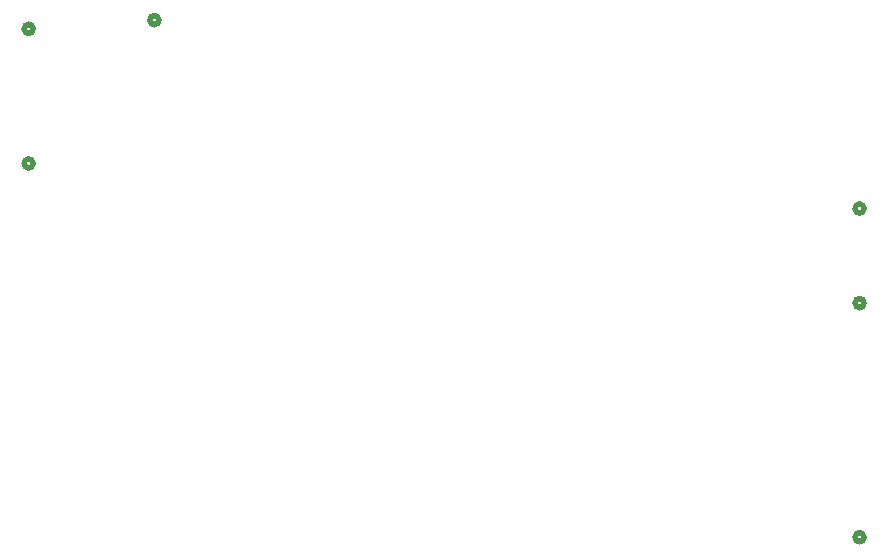
<source format=gbr>
%TF.GenerationSoftware,KiCad,Pcbnew,7.0.6*%
%TF.CreationDate,2023-11-17T16:50:28-08:00*%
%TF.ProjectId,Final_Project_4Layer,46696e61-6c5f-4507-926f-6a6563745f34,1.0*%
%TF.SameCoordinates,Original*%
%TF.FileFunction,Legend,Bot*%
%TF.FilePolarity,Positive*%
%FSLAX46Y46*%
G04 Gerber Fmt 4.6, Leading zero omitted, Abs format (unit mm)*
G04 Created by KiCad (PCBNEW 7.0.6) date 2023-11-17 16:50:28*
%MOMM*%
%LPD*%
G01*
G04 APERTURE LIST*
%ADD10C,0.508000*%
G04 APERTURE END LIST*
D10*
%TO.C,J11*%
X156031001Y-104280098D02*
G75*
G03*
X156031001Y-104280098I-381000J0D01*
G01*
%TO.C,J9*%
X166681000Y-92144200D02*
G75*
G03*
X166681000Y-92144200I-381000J0D01*
G01*
%TO.C,J3*%
X226381000Y-108098800D02*
G75*
G03*
X226381000Y-108098800I-381000J0D01*
G01*
%TO.C,J4*%
X156031001Y-92880099D02*
G75*
G03*
X156031001Y-92880099I-381000J0D01*
G01*
%TO.C,J2*%
X226381000Y-116098800D02*
G75*
G03*
X226381000Y-116098800I-381000J0D01*
G01*
%TO.C,J12*%
X226381000Y-135919724D02*
G75*
G03*
X226381000Y-135919724I-381000J0D01*
G01*
%TD*%
M02*

</source>
